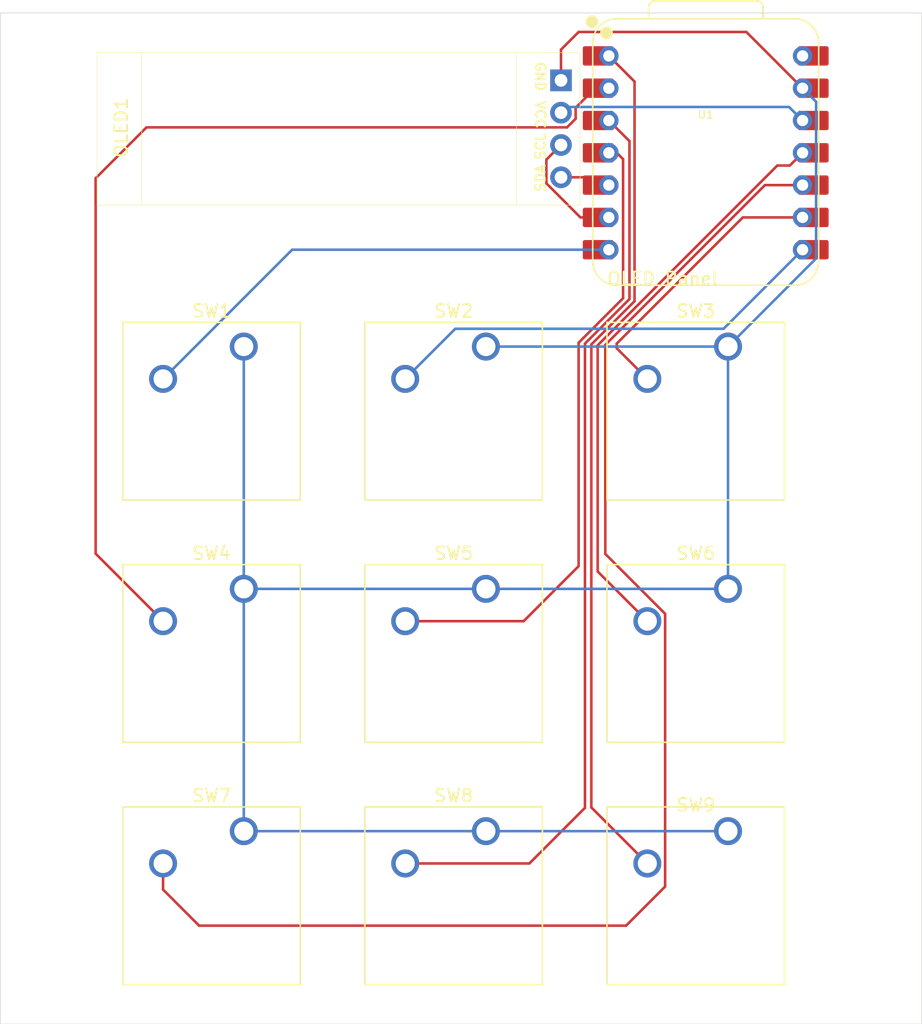
<source format=kicad_pcb>
(kicad_pcb (version 20241229) (generator "pcbnew") (generator_version "9.0")
  (layers (0 "F.Cu" signal) (2 "B.Cu" signal) (13 "F.Paste" user) (15 "B.Paste" user) (5 "F.SilkS" user "F.Silkscreen") (7 "B.SilkS" user "B.Silkscreen") (1 "F.Mask" user) (3 "B.Mask" user) (25 "Edge.Cuts" user))
  (net 0 "")
  (net 1 "+5V")
  (net 2 "Net-(U1-GPIO0{slash}TX)")
  (net 3 "Net-(U1-GPIO1{slash}RX)")
  (net 4 "Net-(U1-GPIO2{slash}SCK)")
  (net 5 "Net-(U1-GPIO27{slash}ADC1{slash}A1)")
  (net 6 "Net-(U1-GPIO29{slash}ADC3{slash}A3)")
  (net 7 "Net-(U1-GPIO28{slash}ADC2{slash}A2)")
  (net 8 "Net-(U1-GPIO26{slash}ADC0{slash}A0)")
  (net 9 "Net-(U1-GPIO3{slash}MOSI)")
  (net 10 "Net-(OLED1-Pin_4)")
  (net 11 "Net-(OLED1-Pin_1)")
  (net 12 "Net-(OLED1-Pin_2)")
  (net 13 "Net-(OLED1-Pin_3)")
  (net 14 "Net-(U1-GPIO4{slash}MISO)")
  (footprint "MountingHole:MountingHole_3.2mm_M3" (layer "F.Cu") (at 232.5 49)
    (property "Reference" "REF**" (hide yes))
    (property "Value" "MountingHole_3.2mm_M3" (hide yes))
    (pad "" np_thru_hole circle (at 0 0) (size 3.2 3.2) (drill 3.2) (layers "*.Cu" "*.Mask"))
  )
  (footprint "Button_Switch_Keyboard:SW_Cherry_MX_1.00u_PCB" (layer "F.Cu") (at 182.65625 90.785)
    (property "Reference" "SW4" (at -2.54 -2.794 0) (layer "F.SilkS"))
    (property "Value" "SW_Push")
    (fp_line (start -9.525 -1.905) (end 4.445 -1.905) (stroke (width 0.12)) (layer "F.SilkS"))
    (fp_line (start -9.525 12.065) (end -9.525 -1.905) (stroke (width 0.12)) (layer "F.SilkS"))
    (fp_line (start 4.445 -1.905) (end 4.445 12.065) (stroke (width 0.12)) (layer "F.SilkS"))
    (fp_line (start 4.445 12.065) (end -9.525 12.065) (stroke (width 0.12)) (layer "F.SilkS"))
    (pad "" np_thru_hole circle (at -7.62 5.08) (size 1.7 1.7) (drill 1.7) (layers "*.Cu" "*.Mask"))
    (pad "" np_thru_hole circle (at -2.54 5.08) (size 4 4) (drill 4) (layers "*.Cu" "*.Mask"))
    (pad "" np_thru_hole circle (at 2.54 5.08) (size 1.7 1.7) (drill 1.7) (layers "*.Cu" "*.Mask"))
    (pad "1" thru_hole circle (at 0 0) (size 2.2 2.2) (drill 1.5) (layers "*.Cu" "*.Mask") (net 11 "Net-(OLED1-Pin_1)"))
    (pad "2" thru_hole circle (at -6.35 2.54) (size 2.2 2.2) (drill 1.5) (layers "*.Cu" "*.Mask") (net 5 "Net-(U1-GPIO27{slash}ADC1{slash}A1)"))
  )
  (footprint "Button_Switch_Keyboard:SW_Cherry_MX_1.00u_PCB" (layer "F.Cu") (at 220.75625 71.735)
    (property "Reference" "SW3" (at -2.54 -2.794 0) (layer "F.SilkS"))
    (property "Value" "SW_Push")
    (fp_line (start -9.525 -1.905) (end 4.445 -1.905) (stroke (width 0.12)) (layer "F.SilkS"))
    (fp_line (start -9.525 12.065) (end -9.525 -1.905) (stroke (width 0.12)) (layer "F.SilkS"))
    (fp_line (start 4.445 -1.905) (end 4.445 12.065) (stroke (width 0.12)) (layer "F.SilkS"))
    (fp_line (start 4.445 12.065) (end -9.525 12.065) (stroke (width 0.12)) (layer "F.SilkS"))
    (pad "" np_thru_hole circle (at -7.62 5.08) (size 1.7 1.7) (drill 1.7) (layers "*.Cu" "*.Mask"))
    (pad "" np_thru_hole circle (at -2.54 5.08) (size 4 4) (drill 4) (layers "*.Cu" "*.Mask"))
    (pad "" np_thru_hole circle (at 2.54 5.08) (size 1.7 1.7) (drill 1.7) (layers "*.Cu" "*.Mask"))
    (pad "1" thru_hole circle (at 0 0) (size 2.2 2.2) (drill 1.5) (layers "*.Cu" "*.Mask") (net 11 "Net-(OLED1-Pin_1)"))
    (pad "2" thru_hole circle (at -6.35 2.54) (size 2.2 2.2) (drill 1.5) (layers "*.Cu" "*.Mask") (net 4 "Net-(U1-GPIO2{slash}SCK)"))
  )
  (footprint "MountingHole:MountingHole_3.2mm_M3" (layer "F.Cu") (at 167 121.5)
    (property "Reference" "REF**" (hide yes))
    (property "Value" "MountingHole_3.2mm_M3" (hide yes))
    (pad "" np_thru_hole circle (at 0 0) (size 3.2 3.2) (drill 3.2) (layers "*.Cu" "*.Mask"))
  )
  (footprint "Button_Switch_Keyboard:SW_Cherry_MX_1.00u_PCB" (layer "F.Cu") (at 220.75625 109.835)
    (property "Reference" "SW9" (at -2.54 -2.06375 0) (layer "F.SilkS"))
    (property "Value" "SW_Push")
    (fp_line (start -9.525 -1.905) (end 4.445 -1.905) (stroke (width 0.12)) (layer "F.SilkS"))
    (fp_line (start -9.525 12.065) (end -9.525 -1.905) (stroke (width 0.12)) (layer "F.SilkS"))
    (fp_line (start 4.445 -1.905) (end 4.445 12.065) (stroke (width 0.12)) (layer "F.SilkS"))
    (fp_line (start 4.445 12.065) (end -9.525 12.065) (stroke (width 0.12)) (layer "F.SilkS"))
    (pad "" np_thru_hole circle (at -7.62 5.08) (size 1.7 1.7) (drill 1.7) (layers "*.Cu" "*.Mask"))
    (pad "" np_thru_hole circle (at -2.54 5.08) (size 4 4) (drill 4) (layers "*.Cu" "*.Mask"))
    (pad "" np_thru_hole circle (at 2.54 5.08) (size 1.7 1.7) (drill 1.7) (layers "*.Cu" "*.Mask"))
    (pad "1" thru_hole circle (at 0 0) (size 2.2 2.2) (drill 1.5) (layers "*.Cu" "*.Mask") (net 11 "Net-(OLED1-Pin_1)"))
    (pad "2" thru_hole circle (at -6.35 2.54) (size 2.2 2.2) (drill 1.5) (layers "*.Cu" "*.Mask") (net 8 "Net-(U1-GPIO26{slash}ADC0{slash}A0)"))
  )
  (footprint "Button_Switch_Keyboard:SW_Cherry_MX_1.00u_PCB" (layer "F.Cu") (at 182.65625 71.735)
    (property "Reference" "SW1" (at -2.54 -2.794 0) (layer "F.SilkS"))
    (property "Value" "SW_Push")
    (fp_line (start -9.525 -1.905) (end 4.445 -1.905) (stroke (width 0.12)) (layer "F.SilkS"))
    (fp_line (start -9.525 12.065) (end -9.525 -1.905) (stroke (width 0.12)) (layer "F.SilkS"))
    (fp_line (start 4.445 -1.905) (end 4.445 12.065) (stroke (width 0.12)) (layer "F.SilkS"))
    (fp_line (start 4.445 12.065) (end -9.525 12.065) (stroke (width 0.12)) (layer "F.SilkS"))
    (pad "" np_thru_hole circle (at -7.62 5.08) (size 1.7 1.7) (drill 1.7) (layers "*.Cu" "*.Mask"))
    (pad "" np_thru_hole circle (at -2.54 5.08) (size 4 4) (drill 4) (layers "*.Cu" "*.Mask"))
    (pad "" np_thru_hole circle (at 2.54 5.08) (size 1.7 1.7) (drill 1.7) (layers "*.Cu" "*.Mask"))
    (pad "1" thru_hole circle (at 0 0) (size 2.2 2.2) (drill 1.5) (layers "*.Cu" "*.Mask") (net 11 "Net-(OLED1-Pin_1)"))
    (pad "2" thru_hole circle (at -6.35 2.54) (size 2.2 2.2) (drill 1.5) (layers "*.Cu" "*.Mask") (net 2 "Net-(U1-GPIO0{slash}TX)"))
  )
  (footprint "Button_Switch_Keyboard:SW_Cherry_MX_1.00u_PCB" (layer "F.Cu") (at 201.70625 90.785)
    (property "Reference" "SW5" (at -2.54 -2.794 0) (layer "F.SilkS"))
    (property "Value" "SW_Push")
    (fp_line (start -9.525 -1.905) (end 4.445 -1.905) (stroke (width 0.12)) (layer "F.SilkS"))
    (fp_line (start -9.525 12.065) (end -9.525 -1.905) (stroke (width 0.12)) (layer "F.SilkS"))
    (fp_line (start 4.445 -1.905) (end 4.445 12.065) (stroke (width 0.12)) (layer "F.SilkS"))
    (fp_line (start 4.445 12.065) (end -9.525 12.065) (stroke (width 0.12)) (layer "F.SilkS"))
    (pad "" np_thru_hole circle (at -7.62 5.08) (size 1.7 1.7) (drill 1.7) (layers "*.Cu" "*.Mask"))
    (pad "" np_thru_hole circle (at -2.54 5.08) (size 4 4) (drill 4) (layers "*.Cu" "*.Mask"))
    (pad "" np_thru_hole circle (at 2.54 5.08) (size 1.7 1.7) (drill 1.7) (layers "*.Cu" "*.Mask"))
    (pad "1" thru_hole circle (at 0 0) (size 2.2 2.2) (drill 1.5) (layers "*.Cu" "*.Mask") (net 11 "Net-(OLED1-Pin_1)"))
    (pad "2" thru_hole circle (at -6.35 2.54) (size 2.2 2.2) (drill 1.5) (layers "*.Cu" "*.Mask") (net 6 "Net-(U1-GPIO29{slash}ADC3{slash}A3)"))
  )
  (footprint "Button_Switch_Keyboard:SW_Cherry_MX_1.00u_PCB" (layer "F.Cu") (at 182.65625 109.835)
    (property "Reference" "SW7" (at -2.54 -2.794 0) (layer "F.SilkS"))
    (property "Value" "SW_Push")
    (fp_line (start -9.525 -1.905) (end 4.445 -1.905) (stroke (width 0.12)) (layer "F.SilkS"))
    (fp_line (start -9.525 12.065) (end -9.525 -1.905) (stroke (width 0.12)) (layer "F.SilkS"))
    (fp_line (start 4.445 -1.905) (end 4.445 12.065) (stroke (width 0.12)) (layer "F.SilkS"))
    (fp_line (start 4.445 12.065) (end -9.525 12.065) (stroke (width 0.12)) (layer "F.SilkS"))
    (pad "" np_thru_hole circle (at -7.62 5.08) (size 1.7 1.7) (drill 1.7) (layers "*.Cu" "*.Mask"))
    (pad "" np_thru_hole circle (at -2.54 5.08) (size 4 4) (drill 4) (layers "*.Cu" "*.Mask"))
    (pad "" np_thru_hole circle (at 2.54 5.08) (size 1.7 1.7) (drill 1.7) (layers "*.Cu" "*.Mask"))
    (pad "1" thru_hole circle (at 0 0) (size 2.2 2.2) (drill 1.5) (layers "*.Cu" "*.Mask") (net 11 "Net-(OLED1-Pin_1)"))
    (pad "2" thru_hole circle (at -6.35 2.54) (size 2.2 2.2) (drill 1.5) (layers "*.Cu" "*.Mask") (net 14 "Net-(U1-GPIO4{slash}MISO)"))
  )
  (footprint "KiCad-SSD1306-0.91-OLED-4pin-128x32.pretty-master:SSD1306-0.91-OLED-4pin-128x32" (layer "F.Cu") (at 171.115 48.615)
    (property "Reference" "OLED1" (at 1.9 5.91 90) (layer "F.SilkS"))
    (property "Value" "SSD1306 0.91\" OLED")
    (fp_line (start 0 0) (end 0 12) (stroke (width 0.04)) (layer "F.SilkS"))
    (fp_line (start 0 12) (end 38 12) (stroke (width 0.04)) (layer "F.SilkS"))
    (fp_line (start 3.5 0) (end 3.5 12) (stroke (width 0.04)) (layer "F.SilkS"))
    (fp_line (start 33 0) (end 33 12) (stroke (width 0.04)) (layer "F.SilkS"))
    (fp_line (start 38 0) (end 0 0) (stroke (width 0.04)) (layer "F.SilkS"))
    (fp_line (start 38 12) (end 38 0) (stroke (width 0.04)) (layer "F.SilkS"))
    (fp_text user "OLED Panel" (at 44.5 17.77 0) (layer "F.SilkS"))
    (fp_text user "SDA" (at 34.885 9.885 270) (layer "F.SilkS") (effects (font (size 0.75 0.75))))
    (fp_text user "SCL" (at 34.885 7.385 270) (layer "F.SilkS") (effects (font (size 0.75 0.75))))
    (pad "1" thru_hole rect (at 36.5 2.19) (size 1.7 1.7) (drill 1) (layers "*.Cu" "*.Mask") (net 11 "Net-(OLED1-Pin_1)"))
    (pad "2" thru_hole oval (at 36.5 4.73) (size 1.7 1.7) (drill 1) (layers "*.Cu" "*.Mask") (net 12 "Net-(OLED1-Pin_2)"))
    (pad "3" thru_hole oval (at 36.5 7.27) (size 1.7 1.7) (drill 1) (layers "*.Cu" "*.Mask") (net 13 "Net-(OLED1-Pin_3)"))
    (pad "4" thru_hole oval (at 36.5 9.81) (size 1.7 1.7) (drill 1) (layers "*.Cu" "*.Mask") (net 10 "Net-(OLED1-Pin_4)"))
  )
  (footprint "Button_Switch_Keyboard:SW_Cherry_MX_1.00u_PCB" (layer "F.Cu") (at 201.70625 71.735)
    (property "Reference" "SW2" (at -2.54 -2.794 0) (layer "F.SilkS"))
    (property "Value" "SW_Push")
    (fp_line (start -9.525 -1.905) (end 4.445 -1.905) (stroke (width 0.12)) (layer "F.SilkS"))
    (fp_line (start -9.525 12.065) (end -9.525 -1.905) (stroke (width 0.12)) (layer "F.SilkS"))
    (fp_line (start 4.445 -1.905) (end 4.445 12.065) (stroke (width 0.12)) (layer "F.SilkS"))
    (fp_line (start 4.445 12.065) (end -9.525 12.065) (stroke (width 0.12)) (layer "F.SilkS"))
    (pad "" np_thru_hole circle (at -7.62 5.08) (size 1.7 1.7) (drill 1.7) (layers "*.Cu" "*.Mask"))
    (pad "" np_thru_hole circle (at -2.54 5.08) (size 4 4) (drill 4) (layers "*.Cu" "*.Mask"))
    (pad "" np_thru_hole circle (at 2.54 5.08) (size 1.7 1.7) (drill 1.7) (layers "*.Cu" "*.Mask"))
    (pad "1" thru_hole circle (at 0 0) (size 2.2 2.2) (drill 1.5) (layers "*.Cu" "*.Mask") (net 11 "Net-(OLED1-Pin_1)"))
    (pad "2" thru_hole circle (at -6.35 2.54) (size 2.2 2.2) (drill 1.5) (layers "*.Cu" "*.Mask") (net 3 "Net-(U1-GPIO1{slash}RX)"))
  )
  (footprint "MountingHole:MountingHole_3.2mm_M3" (layer "F.Cu") (at 167 49)
    (property "Reference" "REF**" (hide yes))
    (property "Value" "MountingHole_3.2mm_M3" (hide yes))
    (pad "" np_thru_hole circle (at 0 0) (size 3.2 3.2) (drill 3.2) (layers "*.Cu" "*.Mask"))
  )
  (footprint "Button_Switch_Keyboard:SW_Cherry_MX_1.00u_PCB" (layer "F.Cu") (at 220.75625 90.785)
    (property "Reference" "SW6" (at -2.54 -2.794 0) (layer "F.SilkS"))
    (property "Value" "SW_Push")
    (fp_line (start -9.525 -1.905) (end 4.445 -1.905) (stroke (width 0.12)) (layer "F.SilkS"))
    (fp_line (start -9.525 12.065) (end -9.525 -1.905) (stroke (width 0.12)) (layer "F.SilkS"))
    (fp_line (start 4.445 -1.905) (end 4.445 12.065) (stroke (width 0.12)) (layer "F.SilkS"))
    (fp_line (start 4.445 12.065) (end -9.525 12.065) (stroke (width 0.12)) (layer "F.SilkS"))
    (pad "" np_thru_hole circle (at -7.62 5.08) (size 1.7 1.7) (drill 1.7) (layers "*.Cu" "*.Mask"))
    (pad "" np_thru_hole circle (at -2.54 5.08) (size 4 4) (drill 4) (layers "*.Cu" "*.Mask"))
    (pad "" np_thru_hole circle (at 2.54 5.08) (size 1.7 1.7) (drill 1.7) (layers "*.Cu" "*.Mask"))
    (pad "1" thru_hole circle (at 0 0) (size 2.2 2.2) (drill 1.5) (layers "*.Cu" "*.Mask") (net 11 "Net-(OLED1-Pin_1)"))
    (pad "2" thru_hole circle (at -6.35 2.54) (size 2.2 2.2) (drill 1.5) (layers "*.Cu" "*.Mask") (net 9 "Net-(U1-GPIO3{slash}MOSI)"))
  )
  (footprint "Seeed Studio XIAO Series Library:XIAO-RP2040-DIP" (layer "F.Cu") (at 219 56.5)
    (property "Reference" "U1" (at 0 -3 0) (layer "F.SilkS") (effects (font (size 0.635 0.635) (thickness 0.1016))))
    (property "Value" "XIAO-RP2040-DIP")
    (fp_line (start -8.89 8.509) (end -8.89 -8.636) (stroke (width 0.127)) (layer "F.SilkS"))
    (fp_line (start -6.985 10.414) (end 6.985 10.414) (stroke (width 0.127)) (layer "F.SilkS"))
    (fp_line (start -4.495 -10.541) (end -4.491272 -11.451272) (stroke (width 0.127)) (layer "F.SilkS"))
    (fp_line (start -3.991272 -11.951) (end 4.004 -11.951) (stroke (width 0.127)) (layer "F.SilkS"))
    (fp_line (start 4.504 -11.451) (end 4.504 -10.541) (stroke (width 0.127)) (layer "F.SilkS"))
    (fp_line (start 6.985 -10.541) (end -6.985 -10.541) (stroke (width 0.1)) (layer "F.SilkS"))
    (fp_line (start 6.985 -10.541) (end -6.985 -10.541) (stroke (width 0.127)) (layer "F.SilkS"))
    (fp_line (start 8.89 8.509) (end 8.89 -8.636) (stroke (width 0.127)) (layer "F.SilkS"))
    (fp_arc (start -8.89 -8.636) (mid -8.332038 -9.983038) (end -6.985 -10.541) (stroke (width 0.127)) (layer "F.SilkS"))
    (fp_arc (start -6.985 10.414) (mid -8.332038 9.856038) (end -8.89 8.509) (stroke (width 0.127)) (layer "F.SilkS"))
    (fp_arc (start -4.491272 -11.451272) (mid -4.344728 -11.80464) (end -3.991272 -11.951) (stroke (width 0.127)) (layer "F.SilkS"))
    (fp_arc (start 4.004 -11.951) (mid 4.357553 -11.804553) (end 4.504 -11.451) (stroke (width 0.127)) (layer "F.SilkS"))
    (fp_arc (start 6.985 -10.541) (mid 8.332038 -9.983038) (end 8.89 -8.636) (stroke (width 0.127)) (layer "F.SilkS"))
    (fp_arc (start 8.89 8.509) (mid 8.332038 9.856038) (end 6.985 10.414) (stroke (width 0.127)) (layer "F.SilkS"))
    (fp_circle (center -8.95 -10.3) (end -8.95 -10.554) (stroke (width 0.5)) (fill yes) (layer "F.SilkS"))
    (fp_circle (center -7.807 -9.42) (end -7.807 -9.674) (stroke (width 0.5)) (fill yes) (layer "F.SilkS"))
    (pad "1" smd roundrect (at -8.455 -7.62 180) (size 2.432 1.524) (layers "F.Cu" "F.Mask") (roundrect_rratio 0.1) (net 8 "Net-(U1-GPIO26{slash}ADC0{slash}A0)"))
    (pad "1" thru_hole circle (at -7.62 -7.62 180) (size 1.524 1.524) (drill 0.889) (layers "*.Cu" "*.Mask") (net 8 "Net-(U1-GPIO26{slash}ADC0{slash}A0)"))
    (pad "2" smd roundrect (at -8.455 -5.08 180) (size 2.432 1.524) (layers "F.Cu" "F.Mask") (roundrect_rratio 0.1) (net 5 "Net-(U1-GPIO27{slash}ADC1{slash}A1)"))
    (pad "2" thru_hole circle (at -7.62 -5.08 180) (size 1.524 1.524) (drill 0.889) (layers "*.Cu" "*.Mask") (net 5 "Net-(U1-GPIO27{slash}ADC1{slash}A1)"))
    (pad "3" smd roundrect (at -8.455 -2.54 180) (size 2.432 1.524) (layers "F.Cu" "F.Mask") (roundrect_rratio 0.1) (net 7 "Net-(U1-GPIO28{slash}ADC2{slash}A2)"))
    (pad "3" thru_hole circle (at -7.62 -2.54 180) (size 1.524 1.524) (drill 0.889) (layers "*.Cu" "*.Mask") (net 7 "Net-(U1-GPIO28{slash}ADC2{slash}A2)"))
    (pad "4" smd roundrect (at -8.455 0 180) (size 2.432 1.524) (layers "F.Cu" "F.Mask") (roundrect_rratio 0.1) (net 6 "Net-(U1-GPIO29{slash}ADC3{slash}A3)"))
    (pad "4" thru_hole circle (at -7.62 0 180) (size 1.524 1.524) (drill 0.889) (layers "*.Cu" "*.Mask") (net 6 "Net-(U1-GPIO29{slash}ADC3{slash}A3)"))
    (pad "5" smd roundrect (at -8.455 2.54 180) (size 2.432 1.524) (layers "F.Cu" "F.Mask") (roundrect_rratio 0.1) (net 10 "Net-(OLED1-Pin_4)"))
    (pad "5" thru_hole circle (at -7.62 2.54 180) (size 1.524 1.524) (drill 0.889) (layers "*.Cu" "*.Mask") (net 10 "Net-(OLED1-Pin_4)"))
    (pad "6" smd roundrect (at -8.455 5.08 180) (size 2.432 1.524) (layers "F.Cu" "F.Mask") (roundrect_rratio 0.1) (net 13 "Net-(OLED1-Pin_3)"))
    (pad "6" thru_hole circle (at -7.62 5.08 180) (size 1.524 1.524) (drill 0.889) (layers "*.Cu" "*.Mask") (net 13 "Net-(OLED1-Pin_3)"))
    (pad "7" smd roundrect (at -8.455 7.62 180) (size 2.432 1.524) (layers "F.Cu" "F.Mask") (roundrect_rratio 0.1) (net 2 "Net-(U1-GPIO0{slash}TX)"))
    (pad "7" thru_hole circle (at -7.62 7.62 180) (size 1.524 1.524) (drill 0.889) (layers "*.Cu" "*.Mask") (net 2 "Net-(U1-GPIO0{slash}TX)"))
    (pad "8" thru_hole circle (at 7.62 7.62) (size 1.524 1.524) (drill 0.889) (layers "*.Cu" "*.Mask") (net 3 "Net-(U1-GPIO1{slash}RX)"))
    (pad "8" smd roundrect (at 8.455 7.62) (size 2.432 1.524) (layers "F.Cu" "F.Mask") (roundrect_rratio 0.1) (net 3 "Net-(U1-GPIO1{slash}RX)"))
    (pad "9" thru_hole circle (at 7.62 5.08) (size 1.524 1.524) (drill 0.889) (layers "*.Cu" "*.Mask") (net 4 "Net-(U1-GPIO2{slash}SCK)"))
    (pad "9" smd roundrect (at 8.455 5.08) (size 2.432 1.524) (layers "F.Cu" "F.Mask") (roundrect_rratio 0.1) (net 4 "Net-(U1-GPIO2{slash}SCK)"))
    (pad "10" thru_hole circle (at 7.62 2.54) (size 1.524 1.524) (drill 0.889) (layers "*.Cu" "*.Mask") (net 14 "Net-(U1-GPIO4{slash}MISO)"))
    (pad "10" smd roundrect (at 8.455 2.54) (size 2.432 1.524) (layers "F.Cu" "F.Mask") (roundrect_rratio 0.1) (net 14 "Net-(U1-GPIO4{slash}MISO)"))
    (pad "11" thru_hole circle (at 7.62 0) (size 1.524 1.524) (drill 0.889) (layers "*.Cu" "*.Mask") (net 9 "Net-(U1-GPIO3{slash}MOSI)"))
    (pad "11" smd roundrect (at 8.455 0) (size 2.432 1.524) (layers "F.Cu" "F.Mask") (roundrect_rratio 0.1) (net 9 "Net-(U1-GPIO3{slash}MOSI)"))
    (pad "12" thru_hole circle (at 7.62 -2.54) (size 1.524 1.524) (drill 0.889) (layers "*.Cu" "*.Mask") (net 12 "Net-(OLED1-Pin_2)"))
    (pad "12" smd roundrect (at 8.455 -2.54) (size 2.432 1.524) (layers "F.Cu" "F.Mask") (roundrect_rratio 0.1) (net 12 "Net-(OLED1-Pin_2)"))
    (pad "13" thru_hole circle (at 7.62 -5.08) (size 1.524 1.524) (drill 0.889) (layers "*.Cu" "*.Mask") (net 11 "Net-(OLED1-Pin_1)"))
    (pad "13" smd roundrect (at 8.455 -5.08) (size 2.432 1.524) (layers "F.Cu" "F.Mask") (roundrect_rratio 0.1) (net 11 "Net-(OLED1-Pin_1)"))
    (pad "14" thru_hole circle (at 7.62 -7.62) (size 1.524 1.524) (drill 0.889) (layers "*.Cu" "*.Mask") (net 1 "+5V"))
    (pad "14" smd roundrect (at 8.455 -7.62) (size 2.432 1.524) (layers "F.Cu" "F.Mask") (roundrect_rratio 0.1) (net 1 "+5V"))
  )
  (footprint "MountingHole:MountingHole_3.2mm_M3" (layer "F.Cu") (at 232.5 121.5)
    (property "Reference" "REF**" (hide yes))
    (property "Value" "MountingHole_3.2mm_M3" (hide yes))
    (pad "" np_thru_hole circle (at 0 0) (size 3.2 3.2) (drill 3.2) (layers "*.Cu" "*.Mask"))
  )
  (footprint "Button_Switch_Keyboard:SW_Cherry_MX_1.00u_PCB" (layer "F.Cu") (at 201.70625 109.835)
    (property "Reference" "SW8" (at -2.54 -2.794 0) (layer "F.SilkS"))
    (property "Value" "SW_Push")
    (fp_line (start -9.525 -1.905) (end 4.445 -1.905) (stroke (width 0.12)) (layer "F.SilkS"))
    (fp_line (start -9.525 12.065) (end -9.525 -1.905) (stroke (width 0.12)) (layer "F.SilkS"))
    (fp_line (start 4.445 -1.905) (end 4.445 12.065) (stroke (width 0.12)) (layer "F.SilkS"))
    (fp_line (start 4.445 12.065) (end -9.525 12.065) (stroke (width 0.12)) (layer "F.SilkS"))
    (pad "" np_thru_hole circle (at -7.62 5.08) (size 1.7 1.7) (drill 1.7) (layers "*.Cu" "*.Mask"))
    (pad "" np_thru_hole circle (at -2.54 5.08) (size 4 4) (drill 4) (layers "*.Cu" "*.Mask"))
    (pad "" np_thru_hole circle (at 2.54 5.08) (size 1.7 1.7) (drill 1.7) (layers "*.Cu" "*.Mask"))
    (pad "1" thru_hole circle (at 0 0) (size 2.2 2.2) (drill 1.5) (layers "*.Cu" "*.Mask") (net 11 "Net-(OLED1-Pin_1)"))
    (pad "2" thru_hole circle (at -6.35 2.54) (size 2.2 2.2) (drill 1.5) (layers "*.Cu" "*.Mask") (net 7 "Net-(U1-GPIO28{slash}ADC2{slash}A2)"))
  )
  (gr_rect (start 163.5 45.5) (end 236 125) (stroke (width 0.05)) (fill no) (layer "Edge.Cuts"))
  (gr_text "VCC" (at 206 53.5 270) (layer "F.SilkS") (effects (font (size 0.75 0.75))))
  (gr_text "GND" (at 206 50.5 270) (layer "F.SilkS") (effects (font (size 0.75 0.75))))
  (segment (start 186.46125 64.12) (end 176.30625 74.275) (width 0.2) (layer "B.Cu") (net 2))
  (segment (start 211.38 64.12) (end 186.46125 64.12) (width 0.2) (layer "B.Cu") (net 2))
  (segment (start 226.62 64.12) (end 227.455 64.12) (width 0.2) (layer "F.Cu") (net 3))
  (segment (start 220.406 70.334) (end 199.29725 70.334) (width 0.2) (layer "B.Cu") (net 3))
  (segment (start 226.62 64.12) (end 220.406 70.334) (width 0.2) (layer "B.Cu") (net 3))
  (segment (start 199.29725 70.334) (end 195.35625 74.275) (width 0.2) (layer "B.Cu") (net 3))
  (segment (start 226.62 61.58) (end 221.92 61.58) (width 0.2) (layer "F.Cu") (net 4))
  (segment (start 221.92 61.58) (end 212 71.5) (width 0.2) (layer "F.Cu") (net 4))
  (segment (start 212 71.86875) (end 214.40625 74.275) (width 0.2) (layer "F.Cu") (net 4))
  (segment (start 212 71.5) (end 212 71.86875) (width 0.2) (layer "F.Cu") (net 4))
  (segment (start 208.08776 54.5) (end 175 54.5) (width 0.2) (layer "F.Cu") (net 5))
  (segment (start 171 88.01875) (end 176.30625 93.325) (width 0.2) (layer "F.Cu") (net 5))
  (segment (start 211.38 51.42) (end 210.545 51.42) (width 0.2) (layer "F.Cu") (net 5))
  (segment (start 208.766 52.95637) (end 208.766 53.82176) (width 0.2) (layer "F.Cu") (net 5))
  (segment (start 210.30237 51.42) (end 208.766 52.95637) (width 0.2) (layer "F.Cu") (net 5))
  (segment (start 208.766 53.82176) (end 208.08776 54.5) (width 0.2) (layer "F.Cu") (net 5))
  (segment (start 175 54.5) (end 171 58.5) (width 0.2) (layer "F.Cu") (net 5))
  (segment (start 211.38 51.42) (end 210.30237 51.42) (width 0.2) (layer "F.Cu") (net 5))
  (segment (start 171 58.5) (end 171 88.01875) (width 0.2) (layer "F.Cu") (net 5))
  (segment (start 209 71.4329) (end 209 89) (width 0.2) (layer "F.Cu") (net 6))
  (segment (start 211.38 56.5) (end 212 56.5) (width 0.2) (layer "F.Cu") (net 6))
  (segment (start 212.5 67.9329) (end 209 71.4329) (width 0.2) (layer "F.Cu") (net 6))
  (segment (start 209 89) (end 204.675 93.325) (width 0.2) (layer "F.Cu") (net 6))
  (segment (start 210.766374 56.5) (end 211.38 56.5) (width 0.2) (layer "F.Cu") (net 6))
  (segment (start 212 56.5) (end 212.5 57) (width 0.2) (layer "F.Cu") (net 6))
  (segment (start 204.675 93.325) (end 195.35625 93.325) (width 0.2) (layer "F.Cu") (net 6))
  (segment (start 212.5 57) (end 212.5 67.9329) (width 0.2) (layer "F.Cu") (net 6))
  (segment (start 209.5 71.5) (end 209.5 108) (width 0.2) (layer "F.Cu") (net 7))
  (segment (start 209.5 108) (end 205.125 112.375) (width 0.2) (layer "F.Cu") (net 7))
  (segment (start 205.125 112.375) (end 195.35625 112.375) (width 0.2) (layer "F.Cu") (net 7))
  (segment (start 213 55.58) (end 213 68) (width 0.2) (layer "F.Cu") (net 7))
  (segment (start 211.38 53.96) (end 213 55.58) (width 0.2) (layer "F.Cu") (net 7))
  (segment (start 213 68) (end 209.5 71.5) (width 0.2) (layer "F.Cu") (net 7))
  (segment (start 211.38 48.88) (end 210.545 48.88) (width 0.2) (layer "F.Cu") (net 8))
  (segment (start 210 71.5671) (end 210 107.96875) (width 0.2) (layer "F.Cu") (net 8))
  (segment (start 210 107.96875) (end 214.40625 112.375) (width 0.2) (layer "F.Cu") (net 8))
  (segment (start 211.38 48.88) (end 213.401 50.901) (width 0.2) (layer "F.Cu") (net 8))
  (segment (start 213.401 50.901) (end 213.401 68.1661) (width 0.2) (layer "F.Cu") (net 8))
  (segment (start 213.401 68.1661) (end 210 71.5671) (width 0.2) (layer "F.Cu") (net 8))
  (segment (start 224.6342 57.5) (end 210.5 71.6342) (width 0.2) (layer "F.Cu") (net 9))
  (segment (start 210.5 89.41875) (end 214.40625 93.325) (width 0.2) (layer "F.Cu") (net 9))
  (segment (start 226.62 56.5) (end 227.455 56.5) (width 0.2) (layer "F.Cu") (net 9))
  (segment (start 225.62 57.5) (end 224.6342 57.5) (width 0.2) (layer "F.Cu") (net 9))
  (segment (start 210.5 71.6342) (end 210.5 89.41875) (width 0.2) (layer "F.Cu") (net 9))
  (segment (start 226.62 56.5) (end 225.62 57.5) (width 0.2) (layer "F.Cu") (net 9))
  (segment (start 207.615 58.425) (end 210.765 58.425) (width 0.2) (layer "F.Cu") (net 10))
  (segment (start 210.765 58.425) (end 211.38 59.04) (width 0.2) (layer "F.Cu") (net 10))
  (segment (start 222.2 47) (end 226.62 51.42) (width 0.2) (layer "F.Cu") (net 11))
  (segment (start 207.615 48.385) (end 209 47) (width 0.2) (layer "F.Cu") (net 11))
  (segment (start 207.615 48.385) (end 207.615 50.805) (width 0.2) (layer "F.Cu") (net 11))
  (segment (start 209 47) (end 222.2 47) (width 0.2) (layer "F.Cu") (net 11))
  (segment (start 227.683 64.80825) (end 227.683 52.483) (width 0.2) (layer "B.Cu") (net 11))
  (segment (start 201.70625 90.785) (end 220.75625 90.785) (width 0.2) (layer "B.Cu") (net 11))
  (segment (start 220.75625 71.735) (end 201.70625 71.735) (width 0.2) (layer "B.Cu") (net 11))
  (segment (start 182.65625 71.735) (end 182.65625 90.785) (width 0.2) (layer "B.Cu") (net 11))
  (segment (start 227.683 52.483) (end 226.62 51.42) (width 0.2) (layer "B.Cu") (net 11))
  (segment (start 182.65625 90.785) (end 201.70625 90.785) (width 0.2) (layer "B.Cu") (net 11))
  (segment (start 220.75625 109.835) (end 201.70625 109.835) (width 0.2) (layer "B.Cu") (net 11))
  (segment (start 201.70625 109.835) (end 182.65625 109.835) (width 0.2) (layer "B.Cu") (net 11))
  (segment (start 220.75625 71.735) (end 227.683 64.80825) (width 0.2) (layer "B.Cu") (net 11))
  (segment (start 182.65625 109.835) (end 182.65625 90.785) (width 0.2) (layer "B.Cu") (net 11))
  (segment (start 220.75625 90.785) (end 220.75625 71.735) (width 0.2) (layer "B.Cu") (net 11))
  (segment (start 225.557 52.897) (end 226.62 53.96) (width 0.2) (layer "B.Cu") (net 12))
  (segment (start 208.063 52.897) (end 225.557 52.897) (width 0.2) (layer "B.Cu") (net 12))
  (segment (start 206.464 58.90176) (end 209.14224 61.58) (width 0.2) (layer "F.Cu") (net 13))
  (segment (start 207.615 55.885) (end 206.464 57.036) (width 0.2) (layer "F.Cu") (net 13))
  (segment (start 209.14224 61.58) (end 210.545 61.58) (width 0.2) (layer "F.Cu") (net 13))
  (segment (start 206.464 57.036) (end 206.464 58.90176) (width 0.2) (layer "F.Cu") (net 13))
  (segment (start 215.80725 114.19275) (end 212.734 117.266) (width 0.2) (layer "F.Cu") (net 14))
  (segment (start 212.734 117.266) (end 179.142434 117.266) (width 0.2) (layer "F.Cu") (net 14))
  (segment (start 211.10065 88.038086) (end 215.80725 92.744686) (width 0.2) (layer "F.Cu") (net 14))
  (segment (start 223.6613 59.04) (end 211.10065 71.60065) (width 0.2) (layer "F.Cu") (net 14))
  (segment (start 211.10065 71.60065) (end 211.10065 88.038086) (width 0.2) (layer "F.Cu") (net 14))
  (segment (start 179.142434 117.266) (end 176.30625 114.429816) (width 0.2) (layer "F.Cu") (net 14))
  (segment (start 176.30625 114.429816) (end 176.30625 112.375) (width 0.2) (layer "F.Cu") (net 14))
  (segment (start 215.80725 92.744686) (end 215.80725 114.19275) (width 0.2) (layer "F.Cu") (net 14))
  (segment (start 226.62 59.04) (end 223.6613 59.04) (width 0.2) (layer "F.Cu") (net 14))
)
</source>
